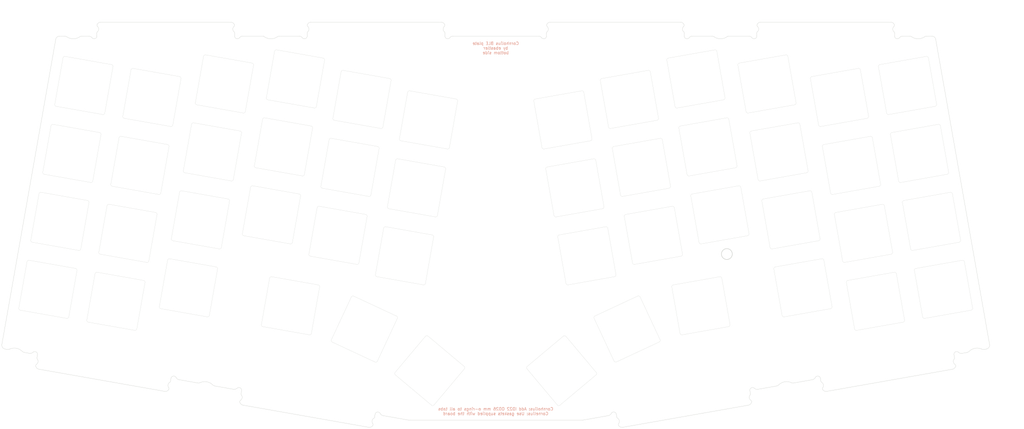
<source format=kicad_pcb>
(kicad_pcb (version 20221018) (generator pcbnew)
  (title_block (date "2023-11-12"))
  (layers (0 "F.Cu" signal) (31 "B.Cu" signal) (34 "B.Paste" user) (35 "F.Paste" user) (36 "B.SilkS" user "B.Silkscreen") (37 "F.SilkS" user "F.Silkscreen") (38 "B.Mask" user) (39 "F.Mask" user) (44 "Edge.Cuts" user))
  (net 0 "")
  (footprint "PCM_marbastlib-xp-plate-mx:Plate-M_MX_1u" (layer "B.Cu") (at 55.19072 34.372666 170)
    (fp_text reference "H2" hide)
    (fp_text value "MX")
    (fp_line (start -7 6.5) (end -7 -6.5) (stroke (width 0.05)) (layer "Edge.Cuts"))
    (fp_line (start -6.5 -7) (end 6.5 -7) (stroke (width 0.05)) (layer "Edge.Cuts"))
    (fp_line (start 6.5 7) (end -6.5 7) (stroke (width 0.05)) (layer "Edge.Cuts"))
    (fp_line (start 7 -6.5) (end 7 6.5) (stroke (width 0.05)) (layer "Edge.Cuts"))
    (fp_arc (start -6.997236 -6.498884) (mid -6.850789 -6.852437) (end -6.497236 -6.998884) (stroke (width 0.05)) (layer "Edge.Cuts"))
    (fp_arc (start -6.5 7) (mid -6.853553 6.853553) (end -7 6.5) (stroke (width 0.05)) (layer "Edge.Cuts"))
    (fp_arc (start 6.5 -7) (mid 6.853553 -6.853553) (end 7 -6.5) (stroke (width 0.05)) (layer "Edge.Cuts"))
    (fp_arc (start 7 6.5) (mid 6.853553 6.853553) (end 6.5 7) (stroke (width 0.05)) (layer "Edge.Cuts"))
  )
  (footprint "PCM_marbastlib-xp-plate-mx:Plate-M_MX_1u" (layer "B.Cu") (at 75.191805 30.645444 170)
    (fp_text reference "H3" hide)
    (fp_text value "MX")
    (fp_line (start -7 6.5) (end -7 -6.5) (stroke (width 0.05)) (layer "Edge.Cuts"))
    (fp_line (start -6.5 -7) (end 6.5 -7) (stroke (width 0.05)) (layer "Edge.Cuts"))
    (fp_line (start 6.5 7) (end -6.5 7) (stroke (width 0.05)) (layer "Edge.Cuts"))
    (fp_line (start 7 -6.5) (end 7 6.5) (stroke (width 0.05)) (layer "Edge.Cuts"))
    (fp_arc (start -6.997236 -6.498884) (mid -6.850789 -6.852437) (end -6.497236 -6.998884) (stroke (width 0.05)) (layer "Edge.Cuts"))
    (fp_arc (start -6.5 7) (mid -6.853553 6.853553) (end -7 6.5) (stroke (width 0.05)) (layer "Edge.Cuts"))
    (fp_arc (start 6.5 -7) (mid 6.853553 -6.853553) (end 7 -6.5) (stroke (width 0.05)) (layer "Edge.Cuts"))
    (fp_arc (start 7 6.5) (mid 6.853553 6.853553) (end 6.5 7) (stroke (width 0.05)) (layer "Edge.Cuts"))
  )
  (footprint "PCM_marbastlib-xp-plate-mx:Plate-M_MX_1u" (layer "B.Cu") (at 94.779393 29.263297 170)
    (fp_text reference "H4" hide)
    (fp_text value "MX")
    (fp_line (start -7 6.5) (end -7 -6.5) (stroke (width 0.05)) (layer "Edge.Cuts"))
    (fp_line (start -6.5 -7) (end 6.5 -7) (stroke (width 0.05)) (layer "Edge.Cuts"))
    (fp_line (start 6.5 7) (end -6.5 7) (stroke (width 0.05)) (layer "Edge.Cuts"))
    (fp_line (start 7 -6.5) (end 7 6.5) (stroke (width 0.05)) (layer "Edge.Cuts"))
    (fp_arc (start -6.997236 -6.498884) (mid -6.850789 -6.852437) (end -6.497236 -6.998884) (stroke (width 0.05)) (layer "Edge.Cuts"))
    (fp_arc (start -6.5 7) (mid -6.853553 6.853553) (end -7 6.5) (stroke (width 0.05)) (layer "Edge.Cuts"))
    (fp_arc (start 6.5 -7) (mid 6.853553 -6.853553) (end 7 -6.5) (stroke (width 0.05)) (layer "Edge.Cuts"))
    (fp_arc (start 7 6.5) (mid 6.853553 6.853553) (end 6.5 7) (stroke (width 0.05)) (layer "Edge.Cuts"))
  )
  (footprint "PCM_marbastlib-xp-plate-mx:Plate-M_MX_1u" (layer "B.Cu") (at 113.126481 34.916368 170)
    (fp_text reference "H5" hide)
    (fp_text value "MX")
    (fp_line (start -7 6.5) (end -7 -6.5) (stroke (width 0.05)) (layer "Edge.Cuts"))
    (fp_line (start -6.5 -7) (end 6.5 -7) (stroke (width 0.05)) (layer "Edge.Cuts"))
    (fp_line (start 6.5 7) (end -6.5 7) (stroke (width 0.05)) (layer "Edge.Cuts"))
    (fp_line (start 7 -6.5) (end 7 6.5) (stroke (width 0.05)) (layer "Edge.Cuts"))
    (fp_arc (start -6.997236 -6.498884) (mid -6.850789 -6.852437) (end -6.497236 -6.998884) (stroke (width 0.05)) (layer "Edge.Cuts"))
    (fp_arc (start -6.5 7) (mid -6.853553 6.853553) (end -7 6.5) (stroke (width 0.05)) (layer "Edge.Cuts"))
    (fp_arc (start 6.5 -7) (mid 6.853553 -6.853553) (end 7 -6.5) (stroke (width 0.05)) (layer "Edge.Cuts"))
    (fp_arc (start 7 6.5) (mid 6.853553 6.853553) (end 6.5 7) (stroke (width 0.05)) (layer "Edge.Cuts"))
  )
  (footprint "PCM_marbastlib-xp-plate-mx:Plate-M_MX_1u" (layer "B.Cu") (at 131.47357 40.569437 170)
    (fp_text reference "H6" hide)
    (fp_text value "MX")
    (fp_line (start -7 6.5) (end -7 -6.5) (stroke (width 0.05)) (layer "Edge.Cuts"))
    (fp_line (start -6.5 -7) (end 6.5 -7) (stroke (width 0.05)) (layer "Edge.Cuts"))
    (fp_line (start 6.5 7) (end -6.5 7) (stroke (width 0.05)) (layer "Edge.Cuts"))
    (fp_line (start 7 -6.5) (end 7 6.5) (stroke (width 0.05)) (layer "Edge.Cuts"))
    (fp_arc (start -6.997236 -6.498884) (mid -6.850789 -6.852437) (end -6.497236 -6.998884) (stroke (width 0.05)) (layer "Edge.Cuts"))
    (fp_arc (start -6.5 7) (mid -6.853553 6.853553) (end -7 6.5) (stroke (width 0.05)) (layer "Edge.Cuts"))
    (fp_arc (start 6.5 -7) (mid 6.853553 -6.853553) (end 7 -6.5) (stroke (width 0.05)) (layer "Edge.Cuts"))
    (fp_arc (start 7 6.5) (mid 6.853553 6.853553) (end 6.5 7) (stroke (width 0.05)) (layer "Edge.Cuts"))
  )
  (footprint "PCM_marbastlib-xp-plate-mx:Plate-M_MX_1u" (layer "B.Cu") (at 168.525558 40.566976 -170)
    (fp_text reference "H7" hide)
    (fp_text value "MX")
    (fp_line (start -7 6.5) (end -7 -6.5) (stroke (width 0.05)) (layer "Edge.Cuts"))
    (fp_line (start -6.5 -7) (end 6.5 -7) (stroke (width 0.05)) (layer "Edge.Cuts"))
    (fp_line (start 6.5 7) (end -6.5 7) (stroke (width 0.05)) (layer "Edge.Cuts"))
    (fp_line (start 7 -6.5) (end 7 6.5) (stroke (width 0.05)) (layer "Edge.Cuts"))
    (fp_arc (start -6.997236 -6.498884) (mid -6.850789 -6.852437) (end -6.497236 -6.998884) (stroke (width 0.05)) (layer "Edge.Cuts"))
    (fp_arc (start -6.5 7) (mid -6.853553 6.853553) (end -7 6.5) (stroke (width 0.05)) (layer "Edge.Cuts"))
    (fp_arc (start 6.5 -7) (mid 6.853553 -6.853553) (end 7 -6.5) (stroke (width 0.05)) (layer "Edge.Cuts"))
    (fp_arc (start 7 6.5) (mid 6.853553 6.853553) (end 6.5 7) (stroke (width 0.05)) (layer "Edge.Cuts"))
  )
  (footprint "PCM_marbastlib-xp-plate-mx:Plate-M_MX_1u" (layer "B.Cu") (at 186.872644 34.913904 -170)
    (fp_text reference "H8" hide)
    (fp_text value "MX")
    (fp_line (start -7 6.5) (end -7 -6.5) (stroke (width 0.05)) (layer "Edge.Cuts"))
    (fp_line (start -6.5 -7) (end 6.5 -7) (stroke (width 0.05)) (layer "Edge.Cuts"))
    (fp_line (start 6.5 7) (end -6.5 7) (stroke (width 0.05)) (layer "Edge.Cuts"))
    (fp_line (start 7 -6.5) (end 7 6.5) (stroke (width 0.05)) (layer "Edge.Cuts"))
    (fp_arc (start -6.997236 -6.498884) (mid -6.850789 -6.852437) (end -6.497236 -6.998884) (stroke (width 0.05)) (layer "Edge.Cuts"))
    (fp_arc (start -6.5 7) (mid -6.853553 6.853553) (end -7 6.5) (stroke (width 0.05)) (layer "Edge.Cuts"))
    (fp_arc (start 6.5 -7) (mid 6.853553 -6.853553) (end 7 -6.5) (stroke (width 0.05)) (layer "Edge.Cuts"))
    (fp_arc (start 7 6.5) (mid 6.853553 6.853553) (end 6.5 7) (stroke (width 0.05)) (layer "Edge.Cuts"))
  )
  (footprint "PCM_marbastlib-xp-plate-mx:Plate-M_MX_1u" (layer "B.Cu") (at 205.219733 29.260835 -170)
    (fp_text reference "H9" hide)
    (fp_text value "MX")
    (fp_line (start -7 6.5) (end -7 -6.5) (stroke (width 0.05)) (layer "Edge.Cuts"))
    (fp_line (start -6.5 -7) (end 6.5 -7) (stroke (width 0.05)) (layer "Edge.Cuts"))
    (fp_line (start 6.5 7) (end -6.5 7) (stroke (width 0.05)) (layer "Edge.Cuts"))
    (fp_line (start 7 -6.5) (end 7 6.5) (stroke (width 0.05)) (layer "Edge.Cuts"))
    (fp_arc (start -6.997236 -6.498884) (mid -6.850789 -6.852437) (end -6.497236 -6.998884) (stroke (width 0.05)) (layer "Edge.Cuts"))
    (fp_arc (start -6.5 7) (mid -6.853553 6.853553) (end -7 6.5) (stroke (width 0.05)) (layer "Edge.Cuts"))
    (fp_arc (start 6.5 -7) (mid 6.853553 -6.853553) (end 7 -6.5) (stroke (width 0.05)) (layer "Edge.Cuts"))
    (fp_arc (start 7 6.5) (mid 6.853553 6.853553) (end 6.5 7) (stroke (width 0.05)) (layer "Edge.Cuts"))
  )
  (footprint "PCM_marbastlib-xp-plate-mx:Plate-M_MX_1u" (layer "B.Cu") (at 224.807321 30.642984 -170)
    (fp_text reference "H10" hide)
    (fp_text value "MX")
    (fp_line (start -7 6.5) (end -7 -6.5) (stroke (width 0.05)) (layer "Edge.Cuts"))
    (fp_line (start -6.5 -7) (end 6.5 -7) (stroke (width 0.05)) (layer "Edge.Cuts"))
    (fp_line (start 6.5 7) (end -6.5 7) (stroke (width 0.05)) (layer "Edge.Cuts"))
    (fp_line (start 7 -6.5) (end 7 6.5) (stroke (width 0.05)) (layer "Edge.Cuts"))
    (fp_arc (start -6.997236 -6.498884) (mid -6.850789 -6.852437) (end -6.497236 -6.998884) (stroke (width 0.05)) (layer "Edge.Cuts"))
    (fp_arc (start -6.5 7) (mid -6.853553 6.853553) (end -7 6.5) (stroke (width 0.05)) (layer "Edge.Cuts"))
    (fp_arc (start 6.5 -7) (mid 6.853553 -6.853553) (end 7 -6.5) (stroke (width 0.05)) (layer "Edge.Cuts"))
    (fp_arc (start 7 6.5) (mid 6.853553 6.853553) (end 6.5 7) (stroke (width 0.05)) (layer "Edge.Cuts"))
  )
  (footprint "PCM_marbastlib-xp-plate-mx:Plate-M_MX_1u" (layer "B.Cu") (at 244.808408 34.370206 -170)
    (fp_text reference "H11" hide)
    (fp_text value "MX")
    (fp_line (start -7 6.5) (end -7 -6.5) (stroke (width 0.05)) (layer "Edge.Cuts"))
    (fp_line (start -6.5 -7) (end 6.5 -7) (stroke (width 0.05)) (layer "Edge.Cuts"))
    (fp_line (start 6.5 7) (end -6.5 7) (stroke (width 0.05)) (layer "Edge.Cuts"))
    (fp_line (start 7 -6.5) (end 7 6.5) (stroke (width 0.05)) (layer "Edge.Cuts"))
    (fp_arc (start -6.997236 -6.498884) (mid -6.850789 -6.852437) (end -6.497236 -6.998884) (stroke (width 0.05)) (layer "Edge.Cuts"))
    (fp_arc (start -6.5 7) (mid -6.853553 6.853553) (end -7 6.5) (stroke (width 0.05)) (layer "Edge.Cuts"))
    (fp_arc (start 6.5 -7) (mid 6.853553 -6.853553) (end 7 -6.5) (stroke (width 0.05)) (layer "Edge.Cuts"))
    (fp_arc (start 7 6.5) (mid 6.853553 6.853553) (end 6.5 7) (stroke (width 0.05)) (layer "Edge.Cuts"))
  )
  (footprint "PCM_marbastlib-xp-plate-mx:Plate-M_MX_1u" (layer "B.Cu") (at 263.568995 31.06221 -170)
    (fp_text reference "H12" hide)
    (fp_text value "MX")
    (fp_line (start -7 6.5) (end -7 -6.5) (stroke (width 0.05)) (layer "Edge.Cuts"))
    (fp_line (start -6.5 -7) (end 6.5 -7) (stroke (width 0.05)) (layer "Edge.Cuts"))
    (fp_line (start 6.5 7) (end -6.5 7) (stroke (width 0.05)) (layer "Edge.Cuts"))
    (fp_line (start 7 -6.5) (end 7 6.5) (stroke (width 0.05)) (layer "Edge.Cuts"))
    (fp_arc (start -6.997236 -6.498884) (mid -6.850789 -6.852437) (end -6.497236 -6.998884) (stroke (width 0.05)) (layer "Edge.Cuts"))
    (fp_arc (start -6.5 7) (mid -6.853553 6.853553) (end -7 6.5) (stroke (width 0.05)) (layer "Edge.Cuts"))
    (fp_arc (start 6.5 -7) (mid 6.853553 -6.853553) (end 7 -6.5) (stroke (width 0.05)) (layer "Edge.Cuts"))
    (fp_arc (start 7 6.5) (mid 6.853553 6.853553) (end 6.5 7) (stroke (width 0.05)) (layer "Edge.Cuts"))
  )
  (footprint "PCM_marbastlib-xp-plate-mx:Plate-M_MX_1u" (layer "B.Cu") (at 51.88272 53.133257 170)
    (fp_text reference "H14" hide)
    (fp_text value "MX")
    (fp_line (start -7 6.5) (end -7 -6.5) (stroke (width 0.05)) (layer "Edge.Cuts"))
    (fp_line (start -6.5 -7) (end 6.5 -7) (stroke (width 0.05)) (layer "Edge.Cuts"))
    (fp_line (start 6.5 7) (end -6.5 7) (stroke (width 0.05)) (layer "Edge.Cuts"))
    (fp_line (start 7 -6.5) (end 7 6.5) (stroke (width 0.05)) (layer "Edge.Cuts"))
    (fp_arc (start -6.997236 -6.498884) (mid -6.850789 -6.852437) (end -6.497236 -6.998884) (stroke (width 0.05)) (layer "Edge.Cuts"))
    (fp_arc (start -6.5 7) (mid -6.853553 6.853553) (end -7 6.5) (stroke (width 0.05)) (layer "Edge.Cuts"))
    (fp_arc (start 6.5 -7) (mid 6.853553 -6.853553) (end 7 -6.5) (stroke (width 0.05)) (layer "Edge.Cuts"))
    (fp_arc (start 7 6.5) (mid 6.853553 6.853553) (end 6.5 7) (stroke (width 0.05)) (layer "Edge.Cuts"))
  )
  (footprint "PCM_marbastlib-xp-plate-mx:Plate-M_MX_1u" (layer "B.Cu") (at 71.883809 49.406033 170)
    (fp_text reference "H15" hide)
    (fp_text value "MX")
    (fp_line (start -7 6.5) (end -7 -6.5) (stroke (width 0.05)) (layer "Edge.Cuts"))
    (fp_line (start -6.5 -7) (end 6.5 -7) (stroke (width 0.05)) (layer "Edge.Cuts"))
    (fp_line (start 6.5 7) (end -6.5 7) (stroke (width 0.05)) (layer "Edge.Cuts"))
    (fp_line (start 7 -6.5) (end 7 6.5) (stroke (width 0.05)) (layer "Edge.Cuts"))
    (fp_arc (start -6.997236 -6.498884) (mid -6.850789 -6.852437) (end -6.497236 -6.998884) (stroke (width 0.05)) (layer "Edge.Cuts"))
    (fp_arc (start -6.5 7) (mid -6.853553 6.853553) (end -7 6.5) (stroke (width 0.05)) (layer "Edge.Cuts"))
    (fp_arc (start 6.5 -7) (mid 6.853553 -6.853553) (end 7 -6.5) (stroke (width 0.05)) (layer "Edge.Cuts"))
    (fp_arc (start 7 6.5) (mid 6.853553 6.853553) (end 6.5 7) (stroke (width 0.05)) (layer "Edge.Cuts"))
  )
  (footprint "PCM_marbastlib-xp-plate-mx:Plate-M_MX_1u" (layer "B.Cu") (at 91.471394 48.023881 170)
    (fp_text reference "H16" hide)
    (fp_text value "MX")
    (fp_line (start -7 6.5) (end -7 -6.5) (stroke (width 0.05)) (layer "Edge.Cuts"))
    (fp_line (start -6.5 -7) (end 6.5 -7) (stroke (width 0.05)) (layer "Edge.Cuts"))
    (fp_line (start 6.5 7) (end -6.5 7) (stroke (width 0.05)) (layer "Edge.Cuts"))
    (fp_line (start 7 -6.5) (end 7 6.5) (stroke (width 0.05)) (layer "Edge.Cuts"))
    (fp_arc (start -6.997236 -6.498884) (mid -6.850789 -6.852437) (end -6.497236 -6.998884) (stroke (width 0.05)) (layer "Edge.Cuts"))
    (fp_arc (start -6.5 7) (mid -6.853553 6.853553) (end -7 6.5) (stroke (width 0.05)) (layer "Edge.Cuts"))
    (fp_arc (start 6.5 -7) (mid 6.853553 -6.853553) (end 7 -6.5) (stroke (width 0.05)) (layer "Edge.Cuts"))
    (fp_arc (start 7 6.5) (mid 6.853553 6.853553) (end 6.5 7) (stroke (width 0.05)) (layer "Edge.Cuts"))
  )
  (footprint "PCM_marbastlib-xp-plate-mx:Plate-M_MX_1u" (layer "B.Cu") (at 109.818482 53.676952 170)
    (fp_text reference "H17" hide)
    (fp_text value "MX")
    (fp_line (start -7 6.5) (end -7 -6.5) (stroke (width 0.05)) (layer "Edge.Cuts"))
    (fp_line (start -6.5 -7) (end 6.5 -7) (stroke (width 0.05)) (layer "Edge.Cuts"))
    (fp_line (start 6.5 7) (end -6.5 7) (stroke (width 0.05)) (layer "Edge.Cuts"))
    (fp_line (start 7 -6.5) (end 7 6.5) (stroke (width 0.05)) (layer "Edge.Cuts"))
    (fp_arc (start -6.997236 -6.498884) (mid -6.850789 -6.852437) (end -6.497236 -6.998884) (stroke (width 0.05)) (layer "Edge.Cuts"))
    (fp_arc (start -6.5 7) (mid -6.853553 6.853553) (end -7 6.5) (stroke (width 0.05)) (layer "Edge.Cuts"))
    (fp_arc (start 6.5 -7) (mid 6.853553 -6.853553) (end 7 -6.5) (stroke (width 0.05)) (layer "Edge.Cuts"))
    (fp_arc (start 7 6.5) (mid 6.853553 6.853553) (end 6.5 7) (stroke (width 0.05)) (layer "Edge.Cuts"))
  )
  (footprint "PCM_marbastlib-xp-plate-mx:Plate-M_MX_1u" (layer "B.Cu") (at 128.165571 59.330028 170)
    (fp_text reference "H18" hide)
    (fp_text value "MX")
    (fp_line (start -7 6.5) (end -7 -6.5) (stroke (width 0.05)) (layer "Edge.Cuts"))
    (fp_line (start -6.5 -7) (end 6.5 -7) (stroke (width 0.05)) (layer "Edge.Cuts"))
    (fp_line (start 6.5 7) (end -6.5 7) (stroke (width 0.05)) (layer "Edge.Cuts"))
    (fp_line (start 7 -6.5) (end 7 6.5) (stroke (width 0.05)) (layer "Edge.Cuts"))
    (fp_arc (start -6.997236 -6.498884) (mid -6.850789 -6.852437) (end -6.497236 -6.998884) (stroke (width 0.05)) (layer "Edge.Cuts"))
    (fp_arc (start -6.5 7) (mid -6.853553 6.853553) (end -7 6.5) (stroke (width 0.05)) (layer "Edge.Cuts"))
    (fp_arc (start 6.5 -7) (mid 6.853553 -6.853553) (end 7 -6.5) (stroke (width 0.05)) (layer "Edge.Cuts"))
    (fp_arc (start 7 6.5) (mid 6.853553 6.853553) (end 6.5 7) (stroke (width 0.05)) (layer "Edge.Cuts"))
  )
  (footprint "PCM_marbastlib-xp-plate-mx:Plate-M_MX_1u" (layer "B.Cu") (at 171.833554 59.327563 -170)
    (fp_text reference "H19" hide)
    (fp_text value "MX")
    (fp_line (start -7 6.5) (end -7 -6.5) (stroke (width 0.05)) (layer "Edge.Cuts"))
    (fp_line (start -6.5 -7) (end 6.5 -7) (stroke (width 0.05)) (layer "Edge.Cuts"))
    (fp_line (start 6.5 7) (end -6.5 7) (stroke (width 0.05)) (layer "Edge.Cuts"))
    (fp_line (start 7 -6.5) (end 7 6.5) (stroke (width 0.05)) (layer "Edge.Cuts"))
    (fp_arc (start -6.997236 -6.498884) (mid -6.850789 -6.852437) (end -6.497236 -6.998884) (stroke (width 0.05)) (layer "Edge.Cuts"))
    (fp_arc (start -6.5 7) (mid -6.853553 6.853553) (end -7 6.5) (stroke (width 0.05)) (layer "Edge.Cuts"))
    (fp_arc (start 6.5 -7) (mid 6.853553 -6.853553) (end 7 -6.5) (stroke (width 0.05)) (layer "Edge.Cuts"))
    (fp_arc (start 7 6.5) (mid 6.853553 6.853553) (end 6.5 7) (stroke (width 0.05)) (layer "Edge.Cuts"))
  )
  (footprint "PCM_marbastlib-xp-plate-mx:Plate-M_MX_1u" (layer "B.Cu") (at 190.180642 53.674496 -170)
    (fp_text reference "H20" hide)
    (fp_text value "MX")
    (fp_line (start -7 6.5) (end -7 -6.5) (stroke (width 0.05)) (layer "Edge.Cuts"))
    (fp_line (start -6.5 -7) (end 6.5 -7) (stroke (width 0.05)) (layer "Edge.Cuts"))
    (fp_line (start 6.5 7) (end -6.5 7) (stroke (width 0.05)) (layer "Edge.Cuts"))
    (fp_line (start 7 -6.5) (end 7 6.5) (stroke (width 0.05)) (layer "Edge.Cuts"))
    (fp_arc (start -6.997236 -6.498884) (mid -6.850789 -6.852437) (end -6.497236 -6.998884) (stroke (width 0.05)) (layer "Edge.Cuts"))
    (fp_arc (start -6.5 7) (mid -6.853553 6.853553) (end -7 6.5) (stroke (width 0.05)) (layer "Edge.Cuts"))
    (fp_arc (start 6.5 -7) (mid 6.853553 -6.853553) (end 7 -6.5) (stroke (width 0.05)) (layer "Edge.Cuts"))
    (fp_arc (start 7 6.5) (mid 6.853553 6.853553) (end 6.5 7) (stroke (width 0.05)) (layer "Edge.Cuts"))
  )
  (footprint "PCM_marbastlib-xp-plate-mx:Plate-M_MX_1u" (layer "B.Cu") (at 208.52773 48.021421 -170)
    (fp_text reference "H21" hide)
    (fp_text value "MX")
    (fp_line (start -7 6.5) (end -7 -6.5) (stroke (width 0.05)) (layer "Edge.Cuts"))
    (fp_line (start -6.5 -7) (end 6.5 -7) (stroke (width 0.05)) (layer "Edge.Cuts"))
    (fp_line (start 6.5 7) (end -6.5 7) (stroke (width 0.05)) (layer "Edge.Cuts"))
    (fp_line (start 7 -6.5) (end 7 6.5) (stroke (width 0.05)) (layer "Edge.Cuts"))
    (fp_arc (start -6.997236 -6.498884) (mid -6.850789 -6.852437) (end -6.497236 -6.998884) (stroke (width 0.05)) (layer "Edge.Cuts"))
    (fp_arc (start -6.5 7) (mid -6.853553 6.853553) (end -7 6.5) (stroke (width 0.05)) (layer "Edge.Cuts"))
    (fp_arc (start 6.5 -7) (mid 6.853553 -6.853553) (end 7 -6.5) (stroke (width 0.05)) (layer "Edge.Cuts"))
    (fp_arc (start 7 6.5) (mid 6.853553 6.853553) (end 6.5 7) (stroke (width 0.05)) (layer "Edge.Cuts"))
  )
  (footprint "PCM_marbastlib-xp-plate-mx:Plate-M_MX_1u" (layer "B.Cu") (at 228.115318 49.40357 -170)
    (fp_text reference "H22" hide)
    (fp_text value "MX")
    (fp_line (start -7 6.5) (end -7 -6.5) (stroke (width 0.05)) (layer "Edge.Cuts"))
    (fp_line (start -6.5 -7) (end 6.5 -7) (stroke (width 0.05)) (layer "Edge.Cuts"))
    (fp_line (start 6.5 7) (end -6.5 7) (stroke (width 0.05)) (layer "Edge.Cuts"))
    (fp_line (start 7 -6.5) (end 7 6.5) (stroke (width 0.05)) (layer "Edge.Cuts"))
    (fp_arc (start -6.997236 -6.498884) (mid -6.850789 -6.852437) (end -6.497236 -6.998884) (stroke (width 0.05)) (layer "Edge.Cuts"))
    (fp_arc (start -6.5 7) (mid -6.853553 6.853553) (end -7 6.5) (stroke (width 0.05)) (layer "Edge.Cuts"))
    (fp_arc (start 6.5 -7) (mid 6.853553 -6.853553) (end 7 -6.5) (stroke (width 0.05)) (layer "Edge.Cuts"))
    (fp_arc (start 7 6.5) (mid 6.853553 6.853553) (end 6.5 7) (stroke (width 0.05)) (layer "Edge.Cuts"))
  )
  (footprint "PCM_marbastlib-xp-plate-mx:Plate-M_MX_1u" (layer "B.Cu") (at 248.116405 53.130793 -170)
    (fp_text reference "H23" hide)
    (fp_text value "MX")
    (fp_line (start -7 6.5) (end -7 -6.5) (stroke (width 0.05)) (layer "Edge.Cuts"))
    (fp_line (start -6.5 -7) (end 6.5 -7) (stroke (width 0.05)) (layer "Edge.Cuts"))
    (fp_line (start 6.5 7) (end -6.5 7) (stroke (width 0.05)) (layer "Edge.Cuts"))
    (fp_line (start 7 -6.5) (end 7 6.5) (stroke (width 0.05)) (layer "Edge.Cuts"))
    (fp_arc (start -6.997236 -6.498884) (mid -6.850789 -6.852437) (end -6.497236 -6.998884) (stroke (width 0.05)) (layer "Edge.Cuts"))
    (fp_arc (start -6.5 7) (mid -6.853553 6.853553) (end -7 6.5) (stroke (width 0.05)) (layer "Edge.Cuts"))
    (fp_arc (start 6.5 -7) (mid 6.853553 -6.853553) (end 7 -6.5) (stroke (width 0.05)) (layer "Edge.Cuts"))
    (fp_arc (start 7 6.5) (mid 6.853553 6.853553) (end 6.5 7) (stroke (width 0.05)) (layer "Edge.Cuts"))
  )
  (footprint "PCM_marbastlib-xp-plate-mx:Plate-M_MX_1u" (layer "B.Cu") (at 266.876992 49.822795 -170)
    (fp_text reference "H24" hide)
    (fp_text value "MX")
    (fp_line (start -7 6.5) (end -7 -6.5) (stroke (width 0.05)) (layer "Edge.Cuts"))
    (fp_line (start -6.5 -7) (end 6.5 -7) (stroke (width 0.05)) (layer "Edge.Cuts"))
    (fp_line (start 6.5 7) (end -6.5 7) (stroke (width 0.05)) (layer "Edge.Cuts"))
    (fp_line (start 7 -6.5) (end 7 6.5) (stroke (width 0.05)) (layer "Edge.Cuts"))
    (fp_arc (start -6.997236 -6.498884) (mid -6.850789 -6.852437) (end -6.497236 -6.998884) (stroke (width 0.05)) (layer "Edge.Cuts"))
    (fp_arc (start -6.5 7) (mid -6.853553 6.853553) (end -7 6.5) (stroke (width 0.05)) (layer "Edge.Cuts"))
    (fp_arc (start 6.5 -7) (mid 6.853553 -6.853553) (end 7 -6.5) (stroke (width 0.05)) (layer "Edge.Cuts"))
    (fp_arc (start 7 6.5) (mid 6.853553 6.853553) (end 6.5 7) (stroke (width 0.05)) (layer "Edge.Cuts"))
  )
  (footprint "PCM_marbastlib-xp-plate-mx:Plate-M_MX_1u" (layer "B.Cu") (at 48.574724 71.893844 170)
    (fp_text reference "H26" hide)
    (fp_text value "MX")
    (fp_line (start -7 6.5) (end -7 -6.5) (stroke (width 0.05)) (layer "Edge.Cuts"))
    (fp_line (start -6.5 -7) (end 6.5 -7) (stroke (width 0.05)) (layer "Edge.Cuts"))
    (fp_line (start 6.5 7) (end -6.5 7) (stroke (width 0.05)) (layer "Edge.Cuts"))
    (fp_line (start 7 -6.5) (end 7 6.5) (stroke (width 0.05)) (layer "Edge.Cuts"))
    (fp_arc (start -6.997236 -6.498884) (mid -6.850789 -6.852437) (end -6.497236 -6.998884) (stroke (width 0.05)) (layer "Edge.Cuts"))
    (fp_arc (start -6.5 7) (mid -6.853553 6.853553) (end -7 6.5) (stroke (width 0.05)) (layer "Edge.Cuts"))
    (fp_arc (start 6.5 -7) (mid 6.853553 -6.853553) (end 7 -6.5) (stroke (width 0.05)) (layer "Edge.Cuts"))
    (fp_arc (start 7 6.5) (mid 6.853553 6.853553) (end 6.5 7) (stroke (width 0.05)) (layer "Edge.Cuts"))
  )
  (footprint "PCM_marbastlib-xp-plate-mx:Plate-M_MX_1u" (layer "B.Cu") (at 88.163397 66.784472 170)
    (fp_text reference "H28" hide)
    (fp_text value "MX")
    (fp_line (start -7 6.5) (end -7 -6.5) (stroke (width 0.05)) (layer "Edge.Cuts"))
    (fp_line (start -6.5 -7) (end 6.5 -7) (stroke (width 0.05)) (layer "Edge.Cuts"))
    (fp_line (start 6.5 7) (end -6.5 7) (stroke (width 0.05)) (layer "Edge.Cuts"))
    (fp_line (start 7 -6.5) (end 7 6.5) (stroke (width 0.05)) (layer "Edge.Cuts"))
    (fp_arc (start -6.997236 -6.498884) (mid -6.850789 -6.852437) (end -6.497236 -6.998884) (stroke (width 0.05)) (layer "Edge.Cuts"))
    (fp_arc (start -6.5 7) (mid -6.853553 6.853553) (end -7 6.5) (stroke (width 0.05)) (layer "Edge.Cuts"))
    (fp_arc (start 6.5 -7) (mid 6.853553 -6.853553) (end 7 -6.5) (stroke (width 0.05)) (layer "Edge.Cuts"))
    (fp_arc (start 7 6.5) (mid 6.853553 6.853553) (end 6.5 7) (stroke (width 0.05)) (layer "Edge.Cuts"))
  )
  (footprint "PCM_marbastlib-xp-plate-mx:Plate-M_MX_1u" (layer "B.Cu") (at 106.510485 72.43754 170)
    (fp_text reference "H29" hide)
    (fp_text value "MX")
    (fp_line (start -7 6.5) (end -7 -6.5) (stroke (width 0.05)) (layer "Edge.Cuts"))
    (fp_line (start -6.5 -7) (end 6.5 -7) (stroke (width 0.05)) (layer "Edge.Cuts"))
    (fp_line (start 6.5 7) (end -6.5 7) (stroke (width 0.05)) (layer "Edge.Cuts"))
    (fp_line (start 7 -6.5) (end 7 6.5) (stroke (width 0.05)) (layer "Edge.Cuts"))
    (fp_arc (start -6.997236 -6.498884) (mid -6.850789 -6.852437) (end -6.497236 -6.998884) (stroke (width 0.05)) (layer "Edge.Cuts"))
    (fp_arc (start -6.5 7) (mid -6.853553 6.853553) (end -7 6.5) (stroke (width 0.05)) (layer "Edge.Cuts"))
    (fp_arc (start 6.5 -7) (mid 6.853553 -6.853553) (end 7 -6.5) (stroke (width 0.05)) (layer "Edge.Cuts"))
    (fp_arc (start 7 6.5) (mid 6.853553 6.853553) (end 6.5 7) (stroke (width 0.05)) (layer "Edge.Cuts"))
  )
  (footprint "PCM_marbastlib-xp-plate-mx:Plate-M_MX_1u" (layer "B.Cu") (at 124.857571 78.090611 170)
    (fp_text reference "H30" hide)
    (fp_text value "MX")
    (fp_line (start -7 6.5) (end -7 -6.5) (stroke (width 0.05)) (layer "Edge.Cuts"))
    (fp_line (start -6.5 -7) (end 6.5 -7) (stroke (width 0.05)) (layer "Edge.Cuts"))
    (fp_line (start 6.5 7) (end -6.5 7) (stroke (width 0.05)) (layer "Edge.Cuts"))
    (fp_line (start 7 -6.5) (end 7 6.5) (stroke (width 0.05)) (layer "Edge.Cuts"))
    (fp_arc (start -6.997236 -6.498884) (mid -6.850789 -6.852437) (end -6.497236 -6.998884) (stroke (width 0.05)) (layer "Edge.Cuts"))
    (fp_arc (start -6.5 7) (mid -6.853553 6.853553) (end -7 6.5) (stroke (width 0.05)) (layer "Edge.Cuts"))
    (fp_arc (start 6.5 -7) (mid 6.853553 -6.853553) (end 7 -6.5) (stroke (width 0.05)) (layer "Edge.Cuts"))
    (fp_arc (start 7 6.5) (mid 6.853553 6.853553) (end 6.5 7) (stroke (width 0.05)) (layer "Edge.Cuts"))
  )
  (footprint "PCM_marbastlib-xp-plate-mx:Plate-M_MX_1u" (layer "B.Cu") (at 175.141554 78.088153 -170)
    (fp_text reference "H31" hide)
    (fp_text value "MX")
    (fp_line (start -7 6.5) (end -7 -6.5) (stroke (width 0.05)) (layer "Edge.Cuts"))
    (fp_line (start -6.5 -7) (end 6.5 -7) (stroke (width 0.05)) (layer "Edge.Cuts"))
    (fp_line (start 6.5 7) (end -6.5 7) (stroke (width 0.05)) (layer "Edge.Cuts"))
    (fp_line (start 7 -6.5) (end 7 6.5) (stroke (width 0.05)) (layer "Edge.Cuts"))
    (fp_arc (start -6.997236 -6.498884) (mid -6.850789 -6.852437) (end -6.497236 -6.998884) (stroke (width 0.05)) (layer "Edge.Cuts"))
    (fp_arc (start -6.5 7) (mid -6.853553 6.853553) (end -7 6.5) (stroke (width 0.05)) (layer "Edge.Cuts"))
    (fp_arc (start 6.5 -7) (mid 6.853553 -6.853553) (end 7 -6.5) (stroke (width 0.05)) (layer "Edge.Cuts"))
    (fp_arc (start 7 6.5) (mid 6.853553 6.853553) (end 6.5 7) (stroke (width 0.05)) (layer "Edge.Cuts"))
  )
  (footprint "PCM_marbastlib-xp-plate-mx:Plate-M_MX_1u" (layer "B.Cu") (at 193.488641 72.43508 -170)
    (fp_text reference "H32" hide)
    (fp_text value "MX")
    (fp_line (start -7 6.5) (end -7 -6.5) (stroke (width 0.05)) (layer "Edge.Cuts"))
    (fp_line (start -6.5 -7) (end 6.5 -7) (stroke (width 0.05)) (layer "Edge.Cuts"))
    (fp_line (start 6.5 7) (end -6.5 7) (stroke (width 0.05)) (layer "Edge.Cuts"))
    (fp_line (start 7 -6.5) (end 7 6.5) (stroke (width 0.05)) (layer "Edge.Cuts"))
    (fp_arc (start -6.997236 -6.498884) (mid -6.850789 -6.852437) (end -6.497236 -6.998884) (stroke (width 0.05)) (layer "Edge.Cuts"))
    (fp_arc (start -6.5 7) (mid -6.853553 6.853553) (end -7 6.5) (stroke (width 0.05)) (layer "Edge.Cuts"))
    (fp_arc (start 6.5 -7) (mid 6.853553 -6.853553) (end 7 -6.5) (stroke (width 0.05)) (layer "Edge.Cuts"))
    (fp_arc (start 7 6.5) (mid 6.853553 6.853553) (end 6.5 7) (stroke (width 0.05)) (layer "Edge.Cuts"))
  )
  (footprint "PCM_marbastlib-xp-plate-mx:Plate-M_MX_1u" (layer "B.Cu") (at 211.835728 66.782011 -170)
    (fp_text reference "H33" hide)
    (fp_text value "MX")
    (fp_line (start -7 6.5) (end -7 -6.5) (stroke (width 0.05)) (layer "Edge.Cuts"))
    (fp_line (start -6.5 -7) (end 6.5 -7) (stroke (width 0.05)) (layer "Edge.Cuts"))
    (fp_line (start 6.5 7) (end -6.5 7) (stroke (width 0.05)) (layer "Edge.Cuts"))
    (fp_line (start 7 -6.5) (end 7 6.5) (stroke (width 0.05)) (layer "Edge.Cuts"))
    (fp_arc (start -6.997236 -6.498884) (mid -6.850789 -6.852437) (end -6.497236 -6.998884) (stroke (width 0.05)) (layer "Edge.Cuts"))
    (fp_arc (start -6.5 7) (mid -6.853553 6.853553) (end -7 6.5) (stroke (width 0.05)) (layer "Edge.Cuts"))
    (fp_arc (start 6.5 -7) (mid 6.853553 -6.853553) (end 7 -6.5) (stroke (width 0.05)) (layer "Edge.Cuts"))
    (fp_arc (start 7 6.5) (mid 6.853553 6.853553) (end 6.5 7) (stroke (width 0.05)) (layer "Edge.Cuts"))
  )
  (footprint "PCM_marbastlib-xp-plate-mx:Plate-M_MX_1u" (layer "B.Cu") (at 231.423316 68.164158 -170)
    (fp_text reference "H34" hide)
    (fp_text value "MX")
    (fp_line (start -7 6.5) (end -7 -6.5) (stroke (width 0.05)) (layer "Edge.Cuts"))
    (fp_line (start -6.5 -7) (end 6.5 -7) (stroke (width 0.05)) (layer "Edge.Cuts"))
    (fp_line (start 6.5 7) (end -6.5 7) (stroke (width 0.05)) (layer "Edge.Cuts"))
    (fp_line (start 7 -6.5) (end 7 6.5) (stroke (width 0.05)) (layer "Edge.Cuts"))
    (fp_arc (start -6.997236 -6.498884) (mid -6.850789 -6.852437) (end -6.497236 -6.998884) (stroke (width 0.05)) (layer "Edge.Cuts"))
    (fp_arc (start -6.5 7) (mid -6.853553 6.853553) (end -7 6.5) (stroke (width 0.05)) (layer "Edge.Cuts"))
    (fp_arc (start 6.5 -7) (mid 6.853553 -6.853553) (end 7 -6.5) (stroke (width 0.05)) (layer "Edge.Cuts"))
    (fp_arc (start 7 6.5) (mid 6.853553 6.853553) (end 6.5 7) (stroke (width 0.05)) (layer "Edge.Cuts"))
  )
  (footprint "PCM_marbastlib-xp-plate-mx:Plate-M_MX_1u" (layer "B.Cu") (at 251.424403 71.891382 -170)
    (fp_text reference "H35" hide)
    (fp_text value "MX")
    (fp_line (start -7 6.5) (end -7 -6.5) (stroke (width 0.05)) (layer "Edge.Cuts"))
    (fp_line (start -6.5 -7) (end 6.5 -7) (stroke (width 0.05)) (layer "Edge.Cuts"))
    (fp_line (start 6.5 7) (end -6.5 7) (stroke (width 0.05)) (layer "Edge.Cuts"))
    (fp_line (start 7 -6.5) (end 7 6.5) (stroke (width 0.05)) (layer "Edge.Cuts"))
    (fp_arc (start -6.997236 -6.498884) (mid -6.850789 -6.852437) (end -6.497236 -6.998884) (stroke (width 0.05)) (layer "Edge.Cuts"))
    (fp_arc (start -6.5 7) (mid -6.853553 6.853553) (end -7 6.5) (stroke (width 0.05)) (layer "Edge.Cuts"))
    (fp_arc (start 6.5 -7) (mid 6.853553 -6.853553) (end 7 -6.5) (stroke (width 0.05)) (layer "Edge.Cuts"))
    (fp_arc (start 7 6.5) (mid 6.853553 6.853553) (end 6.5 7) (stroke (width 0.05)) (layer "Edge.Cuts"))
  )
  (footprint "PCM_marbastlib-xp-plate-mx:Plate-M_MX_1u" (layer "B.Cu") (at 270.184991 68.583385 -170)
    (fp_text reference "H36" hide)
    (fp_text value "MX")
    (fp_line (start -7 6.5) (end -7 -6.5) (stroke (width 0.05)) (layer "Edge.Cuts"))
    (fp_line (start -6.5 -7) (end 6.5 -7) (stroke (width 0.05)) (layer "Edge.Cuts"))
    (fp_line (start 6.5 7) (end -6.5 7) (stroke (width 0.05)) (layer "Edge.Cuts"))
    (fp_line (start 7 -6.5) (end 7 6.5) (stroke (width 0.05)) (layer "Edge.Cuts"))
    (fp_arc (start -6.997236 -6.498884) (mid -6.850789 -6.852437) (end -6.497236 -6.998884) (stroke (width 0.05)) (layer "Edge.Cuts"))
    (fp_arc (start -6.5 7) (mid -6.853553 6.853553) (end -7 6.5) (stroke (width 0.05)) (layer "Edge.Cuts"))
    (fp_arc (start 6.5 -7) (mid 6.853553 -6.853553) (end 7 -6.5) (stroke (width 0.05)) (layer "Edge.Cuts"))
    (fp_arc (start 7 6.5) (mid 6.853553 6.853553) (end 6.5 7) (stroke (width 0.05)) (layer "Edge.Cuts"))
  )
  (footprint "PCM_marbastlib-xp-plate-mx:Plate-M_MX_1u" (layer "B.Cu") (at 45.266726 90.654429 170)
    (fp_text reference "H38" hide)
    (fp_text value "MX")
    (fp_line (start -7 6.5) (end -7 -6.5) (stroke (width 0.05)) (layer "Edge.Cuts"))
    (fp_line (start -6.5 -7) (end 6.5 -7) (stroke (width 0.05)) (layer "Edge.Cuts"))
    (fp_line (start 6.5 7) (end -6.5 7) (stroke (width 0.05)) (layer "Edge.Cuts"))
    (fp_line (start 7 -6.5) (end 7 6.5) (stroke (width 0.05)) (layer "Edge.Cuts"))
    (fp_arc (start -6.997236 -6.498884) (mid -6.850789 -6.852437) (end -6.497236 -6.998884) (stroke (width 0.05)) (layer "Edge.Cuts"))
    (fp_arc (start -6.5 7) (mid -6.853553 6.853553) (end -7 6.5) (stroke (width 0.05)) (layer "Edge.Cuts"))
    (fp_arc (start 6.5 -7) (mid 6.853553 -6.853553) (end 7 -6.5) (stroke (width 0.05)) (layer "Edge.Cuts"))
    (fp_arc (start 7 6.5) (mid 6.853553 6.853553) (end 6.5 7) (stroke (width 0.05)) (layer "Edge.Cuts"))
  )
  (footprint "PCM_marbastlib-xp-plate-mx:Plate-M_MX_1u" (layer "B.Cu") (at 65.267813 86.92721 170)
    (fp_text reference "H39" hide)
    (fp_text value "MX")
    (fp_line (start -7 6.5) (end -7 -6.5) (stroke (width 0.05)) (layer "Edge.Cuts"))
    (fp_line (start -6.5 -7) (end 6.5 -7) (stroke (width 0.05)) (layer "Edge.Cuts"))
    (fp_line (start 6.5 7) (end -6.5 7) (stroke (width 0.05)) (layer "Edge.Cuts"))
    (fp_line (start 7 -6.5) (end 7 6.5) (stroke (width 0.05)) (layer "Edge.Cuts"))
    (fp_arc (start -6.997236 -6.498884) (mid -6.850789 -6.852437) (end -6.497236 -6.998884) (stroke (width 0.05)) (layer "Edge.Cuts"))
    (fp_arc (start -6.5 7) (mid -6.853553 6.853553) (end -7 6.5) (stroke (width 0.05)) (layer "Edge.Cuts"))
    (fp_arc (start 6.5 -7) (mid 6.853553 -6.853553) (end 7 -6.5) (stroke (width 0.05)) (layer "Edge.Cuts"))
    (fp_arc (start 7 6.5) (mid 6.853553 6.853553) (end 6.5 7) (stroke (width 0.05)) (layer "Edge.Cuts"))
  )
  (footprint "PCM_marbastlib-xp-plate-mx:Plate-M_MX_1u" (layer "B.Cu") (at 168.180001 109.808002 -140)
    (fp_text reference "H43" hide)
    (fp_text value "MX")
    (fp_line (start -7 6.5) (end -7 -6.5) (stroke (width 0.05)) (layer "Edge.Cuts"))
    (fp_line (start -6.5 -7) (end 6.5 -7) (stroke (width 0.05)) (layer "Edge.Cuts"))
    (fp_line (start 6.5 7) (end -6.5 7) (stroke (width 0.05)) (layer "Edge.Cuts"))
    (fp_line (start 7 -6.5) (end 7 6.5) (stroke (width 0.05)) (layer "Edge.Cuts"))
    (fp_arc (start -6.997236 -6.498884) (mid -6.850789 -6.852437) (end -6.497236 -6.998884) (stroke (width 0.05)) (layer "Edge.Cuts"))
    (fp_arc (start -6.5 7) (mid -6.853553 6.853553) (end -7 6.5) (stroke (width 0.05)) (layer "Edge.Cuts"))
    (fp_arc (start 6.5 -7) (mid 6.853553 -6.853553) (end 7 -6.5) (stroke (width 0.05)) (layer "Edge.Cuts"))
    (fp_arc (start 7 6.5) (mid 6.853553 6.853553) (end 6.5 7) (stroke (width 0.05)) (layer "Edge.Cuts"))
  )
  (footprint "PCM_marbastlib-xp-plate-mx:Plate-M_MX_1u" (layer "B.Cu") (at 186.225 98.3 -155)
    (fp_text reference "H44" hide)
    (fp_text value "MX")
    (fp_line (start -7 6.5) (end -7 -6.5) (stroke (width 0.05)) (layer "Edge.Cuts"))
    (fp_line (start -6.5 -7) (end 6.5 -7) (stroke (width 0.05)) (layer "Edge.Cuts"))
    (fp_line (start 6.5 7) (end -6.5 7) (stroke (width 0.05)) (layer "Edge.Cuts"))
    (fp_line (start 7 -6.5) (end 7 6.5) (stroke (width 0.05)) (layer "Edge.Cuts"))
    (fp_arc (start -6.997236 -6.498884) (mid -6.850789 -6.852437) (end -6.497236 -6.998884) (stroke (width 0.05)) (layer "Edge.Cuts"))
    (fp_arc (start -6.5 7) (mid -6.853553 6.853553) (end -7 6.5) (stroke (width 0.05)) (layer "Edge.Cuts"))
    (fp_arc (start 6.5 -7) (mid 6.853553 -6.853553) (end 7 -6.5) (stroke (width 0.05)) (layer "Edge.Cuts"))
    (fp_arc (start 7 6.5) (mid 6.853553 6.853553) (end 6.5 7) (stroke (width 0.05)) (layer "Edge.Cuts"))
  )
  (footprint "PCM_marbastlib-xp-plate-mx:Plate-M_MX_1u" (layer "B.Cu") (at 206.59043 91.886742 -170)
    (fp_text reference "H45" hide)
    (fp_text value "MX")
    (fp_line (start -7 6.5) (end -7 -6.5) (stroke (width 0.05)) (layer "Edge.Cuts"))
    (fp_line (start -6.5 -7) (end 6.5 -7) (stroke (width 0.05)) (layer "Edge.Cuts"))
    (fp_line (start 6.5 7) (end -6.5 7) (stroke (width 0.05)) (layer "Edge.Cuts"))
    (fp_line (start 7 -6.5) (end 7 6.5) (stroke (width 0.05)) (layer "Edge.Cuts"))
    (fp_arc (start -6.997236 -6.498884) (mid -6.850789 -6.852437) (end -6.497236 -6.998884) (stroke (width 0.05)) (layer "Edge.Cuts"))
    (fp_arc (start -6.5 7) (mid -6.853553 6.853553) (end -7 6.5) (stroke (width 0.05)) (layer "Edge.Cuts"))
    (fp_arc (start 6.5 -7) (mid 6.853553 -6.853553) (end 7 -6.5) (stroke (width 0.05)) (layer "Edge.Cuts"))
    (fp_arc (start 7 6.5) (mid 6.853553 6.853553) (end 6.5 7) (stroke (width 0.05)) (layer "Edge.Cuts"))
  )
  (footprint "PCM_marbastlib-xp-plate-mx:Plate-M_MX_1u" (layer "B.Cu") (at 234.731314 86.924748 -170)
    (fp_text reference "H46" hide)
    (fp_text value "MX")
    (fp_line (start -7 6.5) (end -7 -6.5) (stroke (width 0.05)) (layer "Edge.Cuts"))
    (fp_line (start -6.5 -7) (end 6.5 -7) (stroke (width 0.05)) (layer "Edge.Cuts"))
    (fp_line (start 6.5 7) (end -6.5 7) (stroke (width 0.05)) (layer "Edge.Cuts"))
    (fp_line (start 7 -6.5) (end 7 6.5) (stroke (width 0.05)) (layer "Edge.Cuts"))
    (fp_arc (start -6.997236 -6.498884) (mid -6.850789 -6.852437) (end -6.497236 -6.998884) (stroke (width 0.05)) (layer "Edge.Cuts"))
    (fp_arc (start -6.5 7) (mid -6.853553 6.853553) (end -7 6.5) (stroke (width 0.05)) (layer "Edge.Cuts"))
    (fp_arc (start 6.5 -7) (mid 6.853553 -6.853553) (end 7 -6.5) (stroke (width 0.05)) (layer "Edge.Cuts"))
    (fp_arc (start 7 6.5) (mid 6.853553 6.853553) (end 6.5 7) (stroke (width 0.05)) (layer "Edge.Cuts"))
  )
  (footprint "PCM_marbastlib-xp-plate-mx:Plate-M_MX_1u" (layer "B.Cu") (at 254.732401 90.651972 -170)
    (fp_text reference "H47" hide)
    (fp_text value "MX")
    (fp_line (start -7 6.5) (end -7 -6.5) (stroke (width 0.05)) (layer "Edge.Cuts"))
    (fp_line (start -6.5 -7) (end 6.5 -7) (stroke (width 0.05)) (layer "Edge.Cuts"))
    (fp_line (start 6.5 7) (end -6.5 7) (stroke (width 0.05)) (layer "Edge.Cuts"))
    (fp_line (start 7 -6.5) (end 7 6.5) (stroke (width 0.05)) (layer "Edge.Cuts"))
    (fp_arc (start -6.997236 -6.498884) (mid -6.850789 -6.852437) (end -6.497236 -6.998884) (stroke (width 0.05)) (layer "Edge.Cuts"))
    (fp_arc (start -6.5 7) (mid -6.853553 6.853553) (end -7 6.5) (stroke (width 0.05)) (layer "Edge.Cuts"))
    (fp_arc (start 6.5 -7) (mid 6.853553 -6.853553) (end 7 -6.5) (stroke (width 0.05)) (layer "Edge.Cuts"))
    (fp_arc (start 7 6.5) (mid 6.853553 6.853553) (end 6.5 7) (stroke (width 0.05)) (layer "Edge.Cuts"))
  )
  (footprint "PCM_marbastlib-xp-plate-mx:Plate-M_MX_1u" (layer "B.Cu") (at 273.492989 87.343972 -170)
    (fp_text reference "H48" hide)
    (fp_text value "MX")
    (fp_line (start -7 6.5) (end -7 -6.5) (stroke (width 0.05)) (layer "Edge.Cuts"))
    (fp_line (start -6.5 -7) (end 6.5 -7) (stroke (width 0.05)) (layer "Edge.Cuts"))
    (fp_line (start 6.5 7) (end -6.5 7) (stroke (width 0.05)) (layer "Edge.Cuts"))
    (fp_line (start 7 -6.5) (end 7 6.5) (stroke (width 0.05)) (layer "Edge.Cuts"))
    (fp_arc (start -6.997236 -6.498884) (mid -6.850789 -6.852437) (end -6.497236 -6.998884) (stroke (width 0.05)) (layer "Edge.Cuts"))
    (fp_arc (start -6.5 7) (mid -6.853553 6.853553) (end -7 6.5) (stroke (width 0.05)) (layer "Edge.Cuts"))
    (fp_arc (start 6.5 -7) (mid 6.853553 -6.853553) (end 7 -6.5) (stroke (width 0.05)) (layer "Edge.Cuts"))
    (fp_arc (start 7 6.5) (mid 6.853553 6.853553) (end 6.5 7) (stroke (width 0.05)) (layer "Edge.Cuts"))
  )
  (footprint "PCM_marbastlib-xp-plate-mx:Plate-M_MX_1u" (layer "B.Cu") (at 33.122133 49.825255 170)
    (fp_text reference "H13" hide)
    (fp_text value "MX")
    (fp_line (start -7 6.5) (end -7 -6.5) (stroke (width 0.05)) (layer "Edge.Cuts"))
    (fp_line (start -6.5 -7) (end 6.5 -7) (stroke (width 0.05)) (layer "Edge.Cuts"))
    (fp_line (start 6.5 7) (end -6.5 7) (stroke (width 0.05)) (layer "Edge.Cuts"))
    (fp_line (start 7 -6.5) (end 7 6.5) (stroke (width 0.05)) (layer "Edge.Cuts"))
    (fp_arc (start -6.997236 -6.498884) (mid -6.850789 -6.852437) (end -6.497236 -6.998884) (stroke (width 0.05)) (layer "Edge.Cuts"))
    (fp_arc (start -6.5 7) (mid -6.853553 6.853553) (end -7 6.5) (stroke (width 0.05)) (layer "Edge.Cuts"))
    (fp_arc (start 6.5 -7) (mid 6.853553 -6.853553) (end 7 -6.5) (stroke (width 0.05)) (layer "Edge.Cuts"))
    (fp_arc (start 7 6.5) (mid 6.853553 6.853553) (end 6.5 7) (stroke (width 0.05)) (layer "Edge.Cuts"))
  )
  (footprint "PCM_marbastlib-xp-plate-mx:Plate-M_MX_1u" (layer "B.Cu") (at 36.430129 31.064667 170)
    (fp_text reference "H1" hide)
    (fp_text value "MX")
    (fp_line (start -7 6.5) (end -7 -6.5) (stroke (width 0.05)) (layer "Edge.Cuts"))
    (fp_line (start -6.5 -7) (end 6.5 -7) (stroke (width 0.05)) (layer "Edge.Cuts"))
    (fp_line (start 6.5 7) (end -6.5 7) (stroke (width 0.05)) (layer "Edge.Cuts"))
    (fp_line (start 7 -6.5) (end 7 6.5) (stroke (width 0.05)) (layer "Edge.Cuts"))
    (fp_arc (start -6.997236 -6.498884) (mid -6.850789 -6.852437) (end -6.497236 -6.998884) (stroke (width 0.05)) (layer "Edge.Cuts"))
    (fp_arc (start -6.5 7) (mid -6.853553 6.853553) (end -7 6.5) (stroke (width 0.05)) (layer "Edge.Cuts"))
    (fp_arc (start 6.5 -7) (mid 6.853553 -6.853553) (end 7 -6.5) (stroke (width 0.05)) (layer "Edge.Cuts"))
    (fp_arc (start 7 6.5) (mid 6.853553 6.853553) (end 6.5 7) (stroke (width 0.05)) (layer "Edge.Cuts"))
  )
  (footprint "PCM_marbastlib-xp-plate-mx:Plate-M_MX_1u" (layer "B.Cu") (at 29.814136 68.585844 170)
    (fp_text reference "H25" hide)
    (fp_text value "MX")
    (fp_line (start -7 6.5) (end -7 -6.5) (stroke (width 0.05)) (layer "Edge.Cuts"))
    (fp_line (start -6.5 -7) (end 6.5 -7) (stroke (width 0.05)) (layer "Edge.Cuts"))
    (fp_line (start 6.5 7) (end -6.5 7) (stroke (width 0.05)) (layer "Edge.Cuts"))
    (fp_line (start 7 -6.5) (end 7 6.5) (stroke (width 0.05)) (layer "Edge.Cuts"))
    (fp_arc (start -6.997236 -6.498884) (mid -6.850789 -6.852437) (end -6.497236 -6.998884) (stroke (width 0.05)) (layer "Edge.Cuts"))
    (fp_arc (start -6.5 7) (mid -6.853553 6.853553) (end -7 6.5) (stroke (width 0.05)) (layer "Edge.Cuts"))
    (fp_arc (start 6.5 -7) (mid 6.853553 -6.853553) (end 7 -6.5) (stroke (width 0.05)) (layer "Edge.Cuts"))
    (fp_arc (start 7 6.5) (mid 6.853553 6.853553) (end 6.5 7) (stroke (width 0.05)) (layer "Edge.Cuts"))
  )
  (footprint "PCM_marbastlib-xp-plate-mx:Plate-M_MX_1u" (layer "B.Cu") (at 26.506138 87.346434 170)
    (fp_text reference "H37" hide)
    (fp_text value "MX")
    (fp_line (start -7 6.5) (end -7 -6.5) (stroke (width 0.05)) (layer "Edge.Cuts"))
    (fp_line (start -6.5 -7) (end 6.5 -7) (stroke (width 0.05)) (layer "Edge.Cuts"))
    (fp_line (start 6.5 7) (end -6.5 7) (stroke (width 0.05)) (layer "Edge.Cuts"))
    (fp_line (start 7 -6.5) (end 7 6.5) (stroke (width 0.05)) (layer "Edge.Cuts"))
    (fp_arc (start -6.997236 -6.498884) (mid -6.850789 -6.852437) (end -6.497236 -6.998884) (stroke (width 0.05)) (layer "Edge.Cuts"))
    (fp_arc (start -6.5 7) (mid -6.853553 6.853553) (end -7 6.5) (stroke (width 0.05)) (layer "Edge.Cuts"))
    (fp_arc (start 6.5 -7) (mid 6.853553 -6.853553) (end 7 -6.5) (stroke (width 0.05)) (layer "Edge.Cuts"))
    (fp_arc (start 7 6.5) (mid 6.853553 6.853553) (end 6.5 7) (stroke (width 0.05)) (layer "Edge.Cuts"))
  )
  (footprint "PCM_marbastlib-xp-plate-mx:Plate-M_MX_1u" (layer "B.Cu") (at 93.408694 91.889203 170)
    (fp_text reference "H40" hide)
    (fp_text value "MX")
    (fp_line (start -7 6.5) (end -7 -6.5) (stroke (width 0.05)) (layer "Edge.Cuts"))
    (fp_line (start -6.5 -7) (end 6.5 -7) (stroke (width 0.05)) (layer "Edge.Cuts"))
    (fp_line (start 6.5 7) (end -6.5 7) (stroke (width 0.05)) (layer "Edge.Cuts"))
    (fp_line (start 7 -6.5) (end 7 6.5) (stroke (width 0.05)) (layer "Edge.Cuts"))
    (fp_arc (start -6.997236 -6.498884) (mid -6.850789 -6.852437) (end -6.497236 -6.998884) (stroke (width 0.05)) (layer "Edge.Cuts"))
    (fp_arc (start -6.5 7) (mid -6.853553 6.853553) (end -7 6.5) (stroke (width 0.05)) (layer "Edge.Cuts"))
    (fp_arc (start 6.5 -7) (mid 6.853553 -6.853553) (end 7 -6.5) (stroke (width 0.05)) (layer "Edge.Cuts"))
    (fp_arc (start 7 6.5) (mid 6.853553 6.853553) (end 6.5 7) (stroke (width 0.05)) (layer "Edge.Cuts"))
  )
  (footprint "PCM_marbastlib-xp-plate-mx:Plate-M_MX_1u" (layer "B.Cu") (at 131.807327 109.798185 140)
    (fp_text reference "H42" hide)
    (fp_text value "MX")
    (fp_line (start -7 6.5) (end -7 -6.5) (stroke (width 0.05)) (layer "Edge.Cuts"))
    (fp_line (start -6.5 -7) (end 6.5 -7) (stroke (width 0.05)) (layer "Edge.Cuts"))
    (fp_line (start 6.5 7) (end -6.5 7) (stroke (width 0.05)) (layer "Edge.Cuts"))
    (fp_line (start 7 -6.5) (end 7 6.5) (stroke (width 0.05)) (layer "Edge.Cuts"))
    (fp_arc (start -6.997236 -6.498884) (mid -6.850789 -6.852437) (end -6.497236 -6.998884) (stroke (width 0.05)) (layer "Edge.Cuts"))
    (fp_arc (start -6.5 7) (mid -6.853553 6.853553) (end -7 6.5) (stroke (width 0.05)) (layer "Edge.Cuts"))
    (fp_arc (start 6.5 -7) (mid 6.853553 -6.853553) (end 7 -6.5) (stroke (width 0.05)) (layer "Edge.Cuts"))
    (fp_arc (start 7 6.5) (mid 6.853553 6.853553) (end 6.5 7) (stroke (width 0.05)) (layer "Edge.Cuts"))
  )
  (footprint "PCM_marbastlib-xp-plate-mx:Plate-M_MX_1u" (layer "B.Cu") (at 113.77633 98.326181 155)
    (fp_text reference "H41" hide)
    (fp_text value "MX")
    (fp_line (start -7 6.5) (end -7 -6.5) (stroke (width 0.05)) (layer "Edge.Cuts"))
    (fp_line (start -6.5 -7) (end 6.5 -7) (stroke (width 0.05)) (layer "Edge.Cuts"))
    (fp_line (start 6.5 7) (end -6.5 7) (stroke (width 0.05)) (layer "Edge.Cuts"))
    (fp_line (start 7 -6.5) (end 7 6.5) (stroke (width 0.05)) (layer "Edge.Cuts"))
    (fp_arc (start -6.997236 -6.498884) (mid -6.850789 -6.852437) (end -6.497236 -6.998884) (stroke (width 0.05)) (layer "Edge.Cuts"))
    (fp_arc (start -6.5 7) (mid -6.853553 6.853553) (end -7 6.5) (stroke (width 0.05)) (layer "Edge.Cuts"))
    (fp_arc (start 6.5 -7) (mid 6.853553 -6.853553) (end 7 -6.5) (stroke (width 0.05)) (layer "Edge.Cuts"))
    (fp_arc (start 7 6.5) (mid 6.853553 6.853553) (end 6.5 7) (stroke (width 0.05)) (layer "Edge.Cuts"))
  )
  (footprint "PCM_marbastlib-xp-plate-mx:Plate-M_MX_1u" (layer "B.Cu") (at 68.575809 68.166618 170)
    (fp_text reference "H27" hide)
    (fp_text value "MX")
    (fp_line (start -7 6.5) (end -7 -6.5) (stroke (width 0.05)) (layer "Edge.Cuts"))
    (fp_line (start -6.5 -7) (end 6.5 -7) (stroke (width 0.05)) (layer "Edge.Cuts"))
    (fp_line (start 6.5 7) (end -6.5 7) (stroke (width 0.05)) (layer "Edge.Cuts"))
    (fp_line (start 7 -6.5) (end 7 6.5) (stroke (width 0.05)) (layer "Edge.Cuts"))
    (fp_arc (start -6.997236 -6.498884) (mid -6.850789 -6.852437) (end -6.497236 -6.998884) (stroke (width 0.05)) (layer "Edge.Cuts"))
    (fp_arc (start -6.5 7) (mid -6.853553 6.853553) (end -7 6.5) (stroke (width 0.05)) (layer "Edge.Cuts"))
    (fp_arc (start 6.5 -7) (mid 6.853553 -6.853553) (end 7 -6.5) (stroke (width 0.05)) (layer "Edge.Cuts"))
    (fp_arc (start 7 6.5) (mid 6.853553 6.853553) (end 6.5 7) (stroke (width 0.05)) (layer "Edge.Cuts"))
  )
  (footprint "projectlib:logo_silk_10" (layer "B.Cu") (at 150.000963 113.829824 180)
    (fp_text reference "G***" hide)
    (fp_text value "LOGO" hide)
  )
  (gr_line (start 202.000963 17.429824) (end 202.000963 16.617858) (stroke (width 0.08)) (layer "Edge.Cuts"))
  (gr_arc (start 161.763516 17.429824) (mid 162.258774 17.547604) (end 162.647944 17.87577) (stroke (width 0.08)) (layer "Edge.Cuts"))
  (gr_arc (start 222.200978 14.785696) (mid 222.500683 15.522659) (end 222.16763 16.24518) (stroke (width 0.08)) (layer "Edge.Cuts"))
  (gr_arc (start 40.200978 14.785696) (mid 40.500683 15.522659) (end 40.16763 16.24518) (stroke (width 0.08)) (layer "Edge.Cuts"))
  (gr_circle (center 213.745856 77.614897) (end 215.245856 77.614897) (stroke (width 0.15)) (fill none) (layer "Edge.Cuts"))
  (gr_line (start 72.547112 114.040524) (end 77.702019 114.949473) (stroke (width 0.08)) (layer "Edge.Cuts"))
  (gr_arc (start 60.314525 112.70808) (mid 60.236185 112.901545) (end 60.085676 113.046155) (stroke (width 0.08)) (layer "Edge.Cuts"))
  (gr_arc (start 214.031973 17.429824) (mid 212.160976 18.175722) (end 210.223505 17.62509) (stroke (width 0.08)) (layer "Edge.Cuts"))
  (gr_arc (start 203.353982 17.87577) (mid 203.743157 17.547593) (end 204.23841 17.429824) (stroke (width 0.08)) (layer "Edge.Cuts"))
  (gr_line (start 258.901553 13.569824) (end 223.100373 13.569824) (stroke (width 0.08)) (layer "Edge.Cuts"))
  (gr_arc (start 164.200978 14.785696) (mid 164.500683 15.522659) (end 164.16763 16.24518) (stroke (width 0.08)) (layer "Edge.Cuts"))
  (gr_arc (start 238.136503 111.704228) (mid 237.810217 112.094972) (end 237.342949 112.296979) (stroke (width 0.08)) (layer "Edge.Cuts"))
  (gr_arc (start 28.660684 18.338811) (mid 29.036901 17.687167) (end 29.743973 17.429824) (stroke (width 0.08)) (layer "Edge.Cuts"))
  (gr_line (start 241.299394 115.518897) (end 275.965789 109.406277) (stroke (width 0.08)) (layer "Edge.Cuts"))
  (gr_arc (start 219.763516 17.429824) (mid 220.258774 17.547604) (end 220.647944 17.87577) (stroke (width 0.08)) (layer "Edge.Cuts"))
  (gr_line (start 200.901553 13.569824) (end 165.100373 13.569824) (stroke (width 0.08)) (layer "Edge.Cuts"))
  (gr_arc (start 76.901553 13.569824) (mid 77.503048 13.748845) (end 77.908763 14.227638) (stroke (width 0.08)) (layer "Edge.Cuts"))
  (gr_arc (start 95.763516 17.429824) (mid 96.258774 17.547604) (end 96.647944 17.87577) (stroke (width 0.08)) (layer "Edge.Cuts"))
  (gr_arc (start 284.717687 103.943534) (mid 284.386277 103.951253) (end 284.06762 103.85988) (stroke (width 0.08)) (layer "Edge.Cuts"))
  (gr_arc (start 137.353982 17.87577) (mid 136.516185 18.142125) (end 136.000963 17.429824) (stroke (width 0.08)) (layer "Edge.Cuts"))
  (gr_arc (start 258.901553 13.569824) (mid 259.503048 13.748845) (end 259.908763 14.227638) (stroke (width 0.08)) (layer "Edge.Cuts"))
  (gr_line (start 78.000963 17.429824) (end 78.000963 16.617858) (stroke (width 0.08)) (layer "Edge.Cuts"))
  (gr_arc (start 183.634487 122.970149) (mid 184.087921 123.62384) (end 183.920766 124.401669) (stroke (width 0.08)) (layer "Edge.Cuts"))
  (gr_arc (start 183.634487 122.970149) (mid 183.484005 122.825525) (end 183.405638 122.632074) (stroke (width 0.08)) (layer "Edge.Cuts"))
  (gr_arc (start 31.09784 17.429824) (mid 31.425556 17.47977) (end 31.723505 17.62509) (stroke (width 0.08)) (layer "Edge.Cuts"))
  (gr_arc (start 268.278421 17.62509) (mid 268.576373 17.479779) (end 268.904086 17.429824) (stroke (width 0.08)) (layer "Edge.Cuts"))
  (gr_arc (start 276.640386 108.052698) (mid 276.824671 108.286467) (end 276.843469 108.583556) (stroke (width 0.08)) (layer "Edge.Cuts"))
  (gr_arc (start 78.650449 114.663881) (mid 79.521762 114.547065) (end 79.905475 115.338002) (stroke (width 0.08)) (layer "Edge.Cuts"))
  (gr_arc (start 62.658977 112.296979) (mid 62.191699 112.094984) (end 61.865423 111.704228) (stroke (width 0.08)) (layer "Edge.Cuts"))
  (gr_arc (start 164.093163 14.227638) (mid 164.498874 13.74884) (end 165.100373 13.569824) (stroke (width 0.08)) (layer "Edge.Cuts"))
  (gr_arc (start 201.834296 16.24518) (mid 201.957412 16.413731) (end 202.000963 16.617858) (stroke (width 0.08)) (layer "Edge.Cuts"))
  (gr_arc (start 35.278421 17.62509) (mid 33.500963 18.179824) (end 31.723505 17.62509) (stroke (width 0.08)) (layer "Edge.Cuts"))
  (gr_arc (start 259.908763 14.227638) (mid 259.941846 14.523467) (end 259.800948 14.785696) (stroke (width 0.08)) (layer "Edge.Cuts"))
  (gr_line (start 222.299907 114.949473) (end 227.454814 114.040524) (stroke (width 0.08)) (layer "Edge.Cuts"))
  (gr_arc (start 137.353982 17.87577) (mid 137.743157 17.547593) (end 138.23841 17.429824) (stroke (width 0.08)) (layer "Edge.Cuts"))
  (gr_line (start 31.09784 17.429824) (end 29.743973 17.429824) (stroke (width 0.08)) (layer "Edge.Cuts"))
  (gr_line (start 116.596288 122.632074) (end 116.737285 121.832443) (stroke (width 0.08)) (layer "Edge.Cuts"))
  (gr_arc (start 239.91625 113.046155) (mid 240.369767 113.699861) (end 240.202529 114.477676) (stroke (width 0.08)) (layer "Edge.Cuts"))
  (gr_line (start 185.017631 125.442891) (end 219.684026 119.33027) (stroke (width 0.08)) (layer "Edge.Cuts"))
  (gr_arc (start 276.843469 108.583556) (mid 276.527066 109.125537) (end 275.965789 109.406277) (stroke (width 0.08)) (layer "Edge.Cuts"))
  (gr_line (start 80.3179 119.33027) (end 114.984295 125.442891) (stroke (width 0.08)) (layer "Edge.Cuts"))
  (gr_line (start 62.658977 112.296979) (end 67.813884 113.205928) (stroke (width 0.08)) (layer "Edge.Cuts"))
  (gr_arc (start 126.031627 123.454317) (mid 125.935756 123.450128) (end 125.840614 123.437606) (stroke (width 0.08)) (layer "Edge.Cuts"))
  (gr_arc (start 270.257953 17.429824) (mid 270.965016 17.687175) (end 271.341242 18.338811) (stroke (width 0.08)) (layer "Edge.Cuts"))
  (gr_line (start 136.000963 17.429824) (end 136.000963 16.617858) (stroke (width 0.08)) (layer "Edge.Cuts"))
  (gr_arc (start 278.58167 105.02548) (mid 278.073492 104.995474) (end 277.63324 104.739888) (stroke (width 0.08)) (layer "Edge.Cuts"))
  (gr_arc (start 98.200978 14.785696) (mid 98.060038 14.523475) (end 98.093163 14.227638) (stroke (width 0.08)) (layer "Edge.Cuts"))
  (gr_arc (start 228.037066 113.739578) (mid 227.768876 113.934429) (end 227.454814 114.040524) (stroke (width 0.08)) (layer "Edge.Cuts"))
  (gr_arc (start 98.093163 14.227638) (mid 98.498874 13.74884) (end 99.100373 13.569824) (stroke (width 0.08)) (layer "Edge.Cuts"))
  (gr_line (start 276.519211 106.213639) (end 276.378214 105.414008) (stroke (width 0.08)) (layer "Edge.Cuts"))
  (gr_line (start 118.94074 122.220972) (end 125.840614 123.437606) (stroke (width 0.08)) (layer "Edge.Cuts"))
  (gr_arc (start 20.017467 104.77813) (mid 19.7034 104.672039) (end 19.435215 104.477185) (stroke (width 0.08)) (layer "Edge.Cuts"))
  (gr_line (start 60.314525 112.70808) (end 60.455522 111.90845) (stroke (width 0.08)) (layer "Edge.Cuts"))
  (gr_arc (start 59.799397 114.477676) (mid 59.632229 113.699876) (end 60.085676 113.046155) (stroke (width 0.08)) (layer "Edge.Cuts"))
  (gr_arc (start 203.353982 17.87577) (mid 202.516185 18.142125) (end 202.000963 17.429824) (stroke (width 0.08)) (layer "Edge.Cuts"))
  (gr_line (start 40.000963 16.617858) (end 40.000963 17.429824) (stroke (width 0.08)) (layer "Edge.Cuts"))
  (gr_arc (start 40.000963 16.617858) (mid 40.044542 16.413744) (end 40.16763 16.24518) (stroke (width 0.08)) (layer "Edge.Cuts"))
  (gr_arc (start 240.193257 115.045977) (mid 240.109274 114.760374) (end 240.202529 114.477676) (stroke (width 0.08)) (layer "Edge.Cuts"))
  (gr_arc (start 22.368686 104.739888) (mid 23.240005 104.623051) (end 23.623712 105.414008) (stroke (width 0.08)) (layer "Edge.Cuts"))
  (gr_arc (start 280.566711 104.477185) (mid 282.220834 103.622228) (end 284.06762 103.85988) (stroke (width 0.08)) (layer "Edge.Cuts"))
  (gr_arc (start 116.090432 124.96997) (mid 115.607742 125.37106) (end 114.984295 125.442891) (stroke (width 0.08)) (layer "Edge.Cuts"))
  (gr_arc (start 164.000963 16.617858) (mid 164.044542 16.413744) (end 164.16763 16.24518) (stroke (width 0.08)) (layer "Edge.Cuts"))
  (gr_line (start 164.000963 16.617858) (end 164.000963 17.429824) (stroke (width 0.08)) (layer "Edge.Cuts"))
  (gr_arc (start 261.353982 17.87577) (mid 260.516185 18.142125) (end 260.000963 17.429824) (stroke (width 0.08)) (layer "Edge.Cuts"))
  (gr_arc (start 15.934306 103.85988) (mid 17.781089 103.622226) (end 19.435215 104.477185) (stroke (width 0.08)) (layer "Edge.Cuts"))
  (gr_arc (start 241.299394 115.518897) (mid 240.67594 115.447055) (end 240.193257 115.045977) (stroke (width 0.08)) (layer "Edge.Cuts"))
  (gr_arc (start 116.737285 121.832443) (mid 117.36836 121.220472) (end 118.147186 121.628222) (stroke (width 0.08)) (layer "Edge.Cuts"))
  (gr_arc (start 276.519211 106.213639) (mid 276.511768 106.422232) (end 276.419791 106.609596) (stroke (width 0.08)) (layer "Edge.Cuts"))
  (gr_line (start 134.901553 13.569824) (end 99.100373 13.569824) (stroke (width 0.08)) (layer "Edge.Cuts"))
  (gr_arc (start 222.299907 114.949473) (mid 221.791721 114.919482) (end 221.351477 114.663881) (stroke (width 0.08)) (layer "Edge.Cuts"))
  (gr_arc (start 60.455522 111.90845) (mid 61.086631 111.296415) (end 61.865423 111.704228) (stroke (width 0.08)) (layer "Edge.Cuts"))
  (gr_arc (start 222.000963 17.429824) (mid 221.485731 18.142112) (end 220.647944 17.87577) (stroke (width 0.08)) (layer "Edge.Cuts"))
  (gr_arc (start 276.640386 108.052698) (mid 276.217268 107.378977) (end 276.419791 106.609596) (stroke (width 0.08)) (layer "Edge.Cuts"))
  (gr_line (start 222.000963 16.617858) (end 222.000963 17.429824) (stroke (width 0.08)) (layer "Edge.Cuts"))
  (gr_arc (start 164.000963 17.429824) (mid 163.485731 18.142112) (end 162.647944 17.87577) (stroke (width 0.08)) (layer "Edge.Cuts"))
  (gr_arc (start 222.000963 16.617858) (mid 222.044542 16.413744) (end 222.16763 16.24518) (stroke (width 0.08)) (layer "Edge.Cuts"))
  (gr_arc (start 35.278421 17.62509) (mid 35.576373 17.479779) (end 35.904086 17.429824) (stroke (width 0.08)) (layer "Edge.Cuts"))
  (gr_line (start 183.264641 121.832443) (end 183.405638 122.632074) (stroke (width 0.08)) (layer "Edge.Cuts"))
  (gr_line (start 270.257953 17.429824) (end 268.904086 17.429824) (stroke (width 0.08)) (layer "Edge.Cuts"))
  (gr_arc (start 37.763516 17.429824) (mid 38.258774 17.547604) (end 38.647944 17.87577) (stroke (width 0.08)) (layer "Edge.Cuts"))
  (gr_arc (start 15.934306 103.85988) (mid 15.615648 103.951243) (end 15.284239 103.943534) (stroke (width 0.08)) (layer "Edge.Cuts"))
  (gr_arc (start 164.200978 14.785696) (mid 164.060038 14.523475) (end 164.093163 14.227638) (stroke (width 0.08)) (layer "Edge.Cuts"))
  (gr_arc (start 59.808669 115.045977) (mid 59.325976 115.447036) (end 58.702532 115.518897) (stroke (width 0.08)) (layer "Edge.Cuts"))
  (gr_arc (start 261.353982 17.87577) (mid 261.743157 17.547593) (end 262.23841 17.429824) (stroke (width 0.08)) (layer "Edge.Cuts"))
  (gr_arc (start 118.94074 122.220972) (mid 118.473476 122.018966) (end 118.147186 121.628222) (stroke (width 0.08)) (layer "Edge.Cuts"))
  (gr_arc (start 22.368686 104.739888) (mid 21.928435 104.995481) (end 21.420256 105.02548) (stroke (width 0.08)) (layer "Edge.Cuts"))
  (gr_arc (start 77.834296 16.24518) (mid 77.957412 16.413731) (end 78.000963 16.617858) (stroke (width 0.08)) (layer "Edge.Cuts"))
  (gr_arc (start 220.561706 118.507549) (mid 220.245297 119.049515) (end 219.684026 119.33027) (stroke (width 0.08)) (layer "Edge.Cuts"))
  (gr_line (start 76.901553 13.569824) (end 41.100373 13.569824) (stroke (width 0.08)) (layer "Edge.Cuts"))
  (gr_arc (start 68.463952 113.122274) (mid 68.145293 113.213651) (end 67.813884 113.205928) (stroke (width 0.08)) (layer "Edge.Cuts"))
  (gr_line (start 161.763516 17.429824) (end 138.23841 17.429824) (stroke (width 0.08)) (layer "Edge.Cuts"))
  (gr_line (start 219.763516 17.429824) (end 214.031973 17.429824) (stroke (width 0.08)) (layer "Edge.Cuts"))
  (gr_line (start 20.017467 104.77813) (end 21.420256 105.02548) (stroke (width 0.08)) (layer "Edge.Cuts"))
  (gr_line (start 284.717687 103.943534) (end 285.300572 103.840756) (stroke (width 0.08)) (layer "Edge.Cuts"))
  (gr_arc (start 185.017631 125.442891) (mid 184.3942 125.371019) (end 183.911494 124.96997) (stroke (width 0.08)) (layer "Edge.Cuts"))
  (gr_line (start 85.969953 17.429824) (end 80.23841 17.429824) (stroke (width 0.08)) (layer "Edge.Cuts"))
  (gr_line (start 286.192848 102.566454) (end 271.341242 18.338811) (stroke (width 0.08)) (layer "Edge.Cuts"))
  (gr_arc (start 222.093163 14.227638) (mid 222.498874 13.74884) (end 223.100373 13.569824) (stroke (width 0.08)) (layer "Edge.Cuts"))
  (gr_line (start 126.031627 123.454317) (end 173.970299 123.454317) (stroke (width 0.08)) (layer "Edge.Cuts"))
  (gr_line (start 239.546404 111.90845) (end 239.687401 112.70808) (stroke (width 0.08)) (layer "Edge.Cuts"))
  (gr_arc (start 79.44022 118.507549) (mid 79.458991 118.210456) (end 79.643303 117.976692) (stroke (width 0.08)) (layer "Edge.Cuts"))
  (gr_arc (start 98.000963 17.429824) (mid 97.485731 18.142112) (end 96.647944 17.87577) (stroke (width 0.08)) (layer "Edge.Cuts"))
  (gr_line (start 260.000963 17.429824) (end 260.000963 16.617858) (stroke (width 0.08)) (layer "Edge.Cuts"))
  (gr_arc (start 135.834296 16.24518) (mid 135.957412 16.413731) (end 136.000963 16.617858) (stroke (width 0.08)) (layer "Edge.Cuts"))
  (gr_arc (start 23.582135 106.609596) (mid 23.490194 106.422225) (end 23.482715 106.213639) (stroke (width 0.08)) (layer "Edge.Cuts"))
  (gr_arc (start 40.200978 14.785696) (mid 40.060038 14.523475) (end 40.093163 14.227638) (stroke (width 0.08)) (layer "Edge.Cuts"))
  (gr_arc (start 79.353982 17.87577) (mid 79.743157 17.547593) (end 80.23841 17.429824) (stroke (width 0.08)) (layer "Edge.Cuts"))
  (gr_arc (start 77.908763 14.227638) (mid 77.941846 14.523467) (end 77.800948 14.785696) (stroke (width 0.08)) (layer "Edge.Cuts"))
  (gr_line (start 209.59784 17.429824) (end 204.23841 17.429824) (stroke (width 0.08)) (layer "Edge.Cuts"))
  (gr_line (start 95.763516 17.429824) (end 90.404086 17.429824) (stroke (width 0.08)) (layer "Edge.Cuts"))
  (gr_line (start 98.000963 16.617858) (end 98.000963 17.429824) (stroke (width 0.08)) (layer "Edge.Cuts"))
  (gr_arc (start 79.353982 17.87577) (mid 78.516185 18.142125) (end 78.000963 17.429824) (stroke (width 0.08)) (layer "Edge.Cuts"))
  (gr_arc (start 232.188042 113.205928) (mid 231.856635 113.213634) (end 231.537974 113.122274) (stroke (width 0.08)) (layer "Edge.Cuts"))
  (gr_arc (start 135.834296 16.24518) (mid 135.501205 15.52266) (end 135.800948 14.785696) (stroke (width 0.08)) (layer "Edge.Cuts"))
  (gr_arc (start 79.863898 116.53359) (mid 80.066484 117.302981) (end 79.643303 117.976692) (stroke (width 0.08)) (layer "Edge.Cuts"))
  (gr_arc (start 40.000963 17.429824) (mid 39.485731 18.142112) (end 38.647944 17.87577) (stroke (width 0.08)) (layer "Edge.Cuts"))
  (gr_arc (start 23.158457 108.583556) (mid 23.177224 108.286456) (end 23.36154 108.052698) (stroke (width 0.08)) (layer "Edge.Cuts"))
  (gr_arc (start 220.358623 117.976692) (mid 219.935494 117.302973) (end 220.138028 116.53359) (stroke (width 0.08)) (layer "Edge.Cuts"))
  (gr_arc (start 98.200978 14.785696) (mid 98.500683 15.522659) (end 98.16763 16.24518) (stroke (width 0.08)) (layer "Edge.Cuts"))
  (gr_line (start 28.660684 18.338811) (end 13.809078 102.566454) (stroke (width 0.08)) (layer "Edge.Cuts"))
  (gr_arc (start 228.037066 113.739578) (mid 229.691192 112.884598) (end 231.537974 113.122274) (stroke (width 0.08)) (layer "Edge.Cuts"))
  (gr_arc (start 220.096451 115.338002) (mid 220.480168 114.547083) (end 221.351477 114.663881) (stroke (width 0.08)) (layer "Edge.Cuts"))
  (gr_arc (start 268.278421 17.62509) (mid 266.500963 18.179824) (end 264.723505 17.62509) (stroke (width 0.08)) (layer "Edge.Cuts"))
  (gr_arc (start 78.650449 114.663881) (mid 78.210198 114.91946) (end 77.702019 114.949473) (stroke (width 0.08)) (layer "Edge.Cuts"))
  (gr_arc (start 72.547112 114.040524) (mid 72.233054 113.93442) (end 71.96486 113.739578) (stroke (width 0.08)) (layer "Edge.Cuts"))
  (gr_arc (start 59.799397 114.477676) (mid 59.892607 114.760375) (end 59.808669 115.045977) (stroke (width 0.08)) (layer "Edge.Cuts"))
  (gr_line (start 232.188042 113.205928) (end 237.342949 112.296979) (stroke (width 0.08)) (layer "Edge.Cuts"))
  (gr_line (start 220.237448 116.137632) (end 220.096451 115.338002) (stroke (width 0.08)) (layer "Edge.Cuts"))
  (gr_arc (start 259.834296 16.24518) (mid 259.957412 16.413731) (end 260.000963 16.617858) (stroke (width 0.08)) (layer "Edge.Cuts"))
  (gr_line (start 24.036137 109.406277) (end 58.702532 115.518897) (stroke (width 0.08)) (layer "Edge.Cuts"))
  (gr_arc (start 200.901553 13.569824) (mid 201.503048 13.748845) (end 201.908763 14.227638) (stroke (width 0.08)) (layer "Edge.Cuts"))
  (gr_arc (start 77.834296 16.24518) (mid 77.501205 15.52266) (end 77.800948 14.785696) (stroke (width 0.08)) (layer "Edge.Cuts"))
  (gr_line (start 14.701354 103.840756) (end 15.284239 103.943534) (stroke (width 0.08)) (layer "Edge.Cuts"))
  (gr_arc (start 181.85474 121.628222) (mid 181.528459 122.018979) (end 181.061186 122.220972) (stroke (width 0.08)) (layer "Edge.Cuts"))
  (gr_arc (start 79.863898 116.53359) (mid 79.771948 116.34622) (end 79.764478 116.137632) (stroke (width 0.08)) (layer "Edge.Cuts"))
  (gr_line (start 79.905475 115.338002) (end 79.764478 116.137632) (stroke (width 0.08)) (layer "Edge.Cuts"))
  (gr_arc (start 134.901553 13.569824) (mid 135.503048 13.748845) (end 135.908763 14.227638) (stroke (width 0.08)) (layer "Edge.Cuts"))
  (gr_line (start 278.58167 105.02548) (end 279.984459 104.77813) (stroke (width 0.08)) (layer "Edge.Cuts"))
  (gr_arc (start 181.85474 121.628222) (mid 182.633569 121.220415) (end 183.264641 121.832443) (stroke (width 0.08)) (layer "Edge.Cuts"))
  (gr_arc (start 209.59784 17.429824) (mid 209.925556 17.47977) (end 210.223505 17.62509) (stroke (width 0.08)) (layer "Edge.Cuts"))
  (gr_arc (start 220.237448 116.137632) (mid 220.230008 116.346228) (end 220.138028 116.53359) (stroke (width 0.08)) (layer "Edge.Cuts"))
  (gr_arc (start 174.161312 123.437606) (mid 174.06617 123.450129) (end 173.970299 123.454317) (stroke (width 0.08)) (layer "Edge.Cuts"))
  (gr_line (start 23.623712 105.414008) (end 23.482715 106.213639) (stroke (width 0.08)) (layer "Edge.Cuts"))
  (gr_line (start 174.161312 123.437606) (end 181.061186 122.220972) (stroke (width 0.08)) (layer "Edge.Cuts"))
  (gr_arc (start 183.911494 124.96997) (mid 183.827509 124.684368) (end 183.920766 124.401669) (stroke (width 0.08)) (layer "Edge.Cuts"))
  (gr_arc (start 220.358623 117.976692) (mid 220.542934 118.210456) (end 220.561706 118.507549) (stroke (width 0.08)) (layer "Edge.Cuts"))
  (gr_arc (start 222.200978 14.785696) (mid 222.060038 14.523475) (end 222.093163 14.227638) (stroke (width 0.08)) (layer "Edge.Cuts"))
  (gr_arc (start 89.778421 17.62509) (mid 90.076373 17.479779) (end 90.404086 17.429824) (stroke (width 0.08)) (layer "Edge.Cuts"))
  (gr_arc (start 276.378214 105.414008) (mid 276.761941 104.623055) (end 277.63324 104.739888) (stroke (width 0.08)) (layer "Edge.Cuts"))
  (gr_arc (start 24.036137 109.406277) (mid 23.474872 109.125523) (end 23.158457 108.583556) (stroke (width 0.08)) (layer "Edge.Cuts"))
  (gr_arc (start 80.3179 119.33027) (mid 79.756653 119.049504) (end 79.44022 118.507549) (stroke (width 0.08)) (layer "Edge.Cuts"))
  (gr_arc (start 98.000963 16.617858) (mid 98.044542 16.413744) (end 98.16763 16.24518) (stroke (width 0.08)) (layer "Edge.Cuts"))
  (gr_arc (start 280.566711 104.477185) (mid 280.298517 104.672021) (end 279.984459 104.77813) (stroke (width 0.08)) (layer "Edge.Cuts"))
  (gr_arc (start 201.908763 14.227638) (mid 201.941846 14.523467) (end 201.800948 14.785696) (stroke (width 0.08)) (layer "Edge.Cuts"))
  (gr_arc (start 40.093163 14.227638) (mid 40.498874 13.74884) (end 41.100373 13.569824) (stroke (width 0.08)) (layer "Edge.Cuts"))
  (gr_arc (start 116.08116 124.401669) (mid 116.174381 124.684369) (end 116.090432 124.96997) (stroke (width 0.08)) (layer "Edge.Cuts"))
  (gr_arc (start 23.582135 106.609596) (mid 23.784709 107.378985) (end 23.36154 108.052698) (stroke (width 0.08)) (layer "Edge.Cuts"))
  (gr_arc (start 116.08116 124.401669) (mid 115.913933 123.623825) (end 116.367439 122.970149) (stroke (width 0.08)) (layer "Edge.Cuts"))
  (gr_arc (start 239.91625 113.046155) (mid 239.765749 112.90154) (end 239.687401 112.70808) (stroke (width 0.08)) (layer "Edge.Cuts"))
  (gr_arc (start 264.09784 17.429824) (mid 264.425556 17.47977) (end 264.723505 17.62509) (stroke (width 0.08)) (layer "Edge.Cuts"))
  (gr_arc (start 201.834296 16.24518) (mid 201.501205 15.52266) (end 201.800948 14.785696) (stroke (width 0.08)) (layer "Edge.Cuts"))
  (gr_arc (start 89.778421 17.62509) (mid 87.840948 18.175723) (end 85.969953 17.429824) (stroke (width 0.08)) (layer "Edge.Cuts"))
  (gr_arc (start 238.136503 111.704228) (mid 238.915281 111.296477) (end 239.546404 111.90845) (stroke (width 0.08)) (layer "Edge.Cuts"))
  (gr_line (start 37.763516 17.429824) (end 35.904086 17.429824) (stroke (width 0.08)) (layer "Edge.Cuts"))
  (gr_arc (start 135.908763 14.227638) (mid 135.941846 14.523467) (end 135.800948 14.785696) (stroke (width 0.08)) (layer "Edge.Cuts"))
  (gr_line (start 264.09784 17.429824) (end 262.23841 17.429824) (stroke (width 0.08)) (layer "Edge.Cuts"))
  (gr_arc (start 14.701354 103.840756) (mid 13.991302 103.388401) (end 13.809078 102.566454) (stroke (width 0.08)) (layer "Edge.Cuts"))
  (gr_arc (start 259.834296 16.24518) (mid 259.501205 15.52266) (end 259.800948 14.785696) (stroke (width 0.08)) (layer "Edge.Cuts"))
  (gr_arc (start 116.596288 122.632074) (mid 116.517956 122.825549) (end 116.367439 122.970149) (stroke (width 0.08)) (layer "Edge.Cuts"))
  (gr_arc (start 68.463952 113.122274) (mid 70.310727 112.88463) (end 71.96486 113.739578) (stroke (width 0.08)) (layer "Edge.Cuts"))
  (gr_arc (start 286.192848 102.566454) (mid 286.010642 103.388422) (end 285.300572 103.840756) (stroke (width 0.08)) (layer "Edge.Cuts"))
  (gr_text "Cornholius: Add ID22 OD26 mm o-rings to all tabs\nCornelius: Use gaskets supplied with the board\n" (at 150.000963 121.029824) (layer "B.SilkS") (effects (font (size 0.8 0.8) (thickness 0.15) bold) (justify mirror)))
  (gr_text "Cornholius BLE plate\nby ebastler\nbottom side" (at 150 22.5) (layer "B.SilkS") (effects (font (size 0.8 0.8) (thickness 0.15) bold) (justify bottom mirror)))
)
</source>
